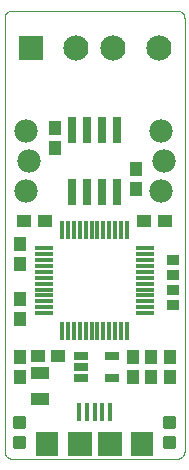
<source format=gts>
G75*
%MOIN*%
%OFA0B0*%
%FSLAX25Y25*%
%IPPOS*%
%LPD*%
%AMOC8*
5,1,8,0,0,1.08239X$1,22.5*
%
%ADD10C,0.00000*%
%ADD11R,0.01778X0.05912*%
%ADD12R,0.07487X0.07880*%
%ADD13R,0.07880X0.07880*%
%ADD14R,0.05124X0.02565*%
%ADD15C,0.01301*%
%ADD16R,0.04731X0.04337*%
%ADD17R,0.04337X0.04731*%
%ADD18R,0.02800X0.09100*%
%ADD19R,0.06306X0.01384*%
%ADD20R,0.01384X0.06306*%
%ADD21R,0.03900X0.03600*%
%ADD22C,0.07800*%
%ADD23R,0.08400X0.08400*%
%ADD24C,0.08400*%
%ADD25R,0.06306X0.04337*%
D10*
X0035095Y0032058D02*
X0035095Y0176433D01*
X0035097Y0176531D01*
X0035103Y0176629D01*
X0035112Y0176727D01*
X0035126Y0176824D01*
X0035143Y0176921D01*
X0035164Y0177017D01*
X0035189Y0177112D01*
X0035217Y0177206D01*
X0035250Y0177298D01*
X0035285Y0177390D01*
X0035325Y0177480D01*
X0035367Y0177568D01*
X0035414Y0177655D01*
X0035463Y0177739D01*
X0035516Y0177822D01*
X0035572Y0177902D01*
X0035632Y0177981D01*
X0035694Y0178057D01*
X0035759Y0178130D01*
X0035827Y0178201D01*
X0035898Y0178269D01*
X0035971Y0178334D01*
X0036047Y0178396D01*
X0036126Y0178456D01*
X0036206Y0178512D01*
X0036289Y0178565D01*
X0036373Y0178614D01*
X0036460Y0178661D01*
X0036548Y0178703D01*
X0036638Y0178743D01*
X0036730Y0178778D01*
X0036822Y0178811D01*
X0036916Y0178839D01*
X0037011Y0178864D01*
X0037107Y0178885D01*
X0037204Y0178902D01*
X0037301Y0178916D01*
X0037399Y0178925D01*
X0037497Y0178931D01*
X0037595Y0178933D01*
X0092595Y0178933D01*
X0092693Y0178931D01*
X0092791Y0178925D01*
X0092889Y0178916D01*
X0092986Y0178902D01*
X0093083Y0178885D01*
X0093179Y0178864D01*
X0093274Y0178839D01*
X0093368Y0178811D01*
X0093460Y0178778D01*
X0093552Y0178743D01*
X0093642Y0178703D01*
X0093730Y0178661D01*
X0093817Y0178614D01*
X0093901Y0178565D01*
X0093984Y0178512D01*
X0094064Y0178456D01*
X0094143Y0178396D01*
X0094219Y0178334D01*
X0094292Y0178269D01*
X0094363Y0178201D01*
X0094431Y0178130D01*
X0094496Y0178057D01*
X0094558Y0177981D01*
X0094618Y0177902D01*
X0094674Y0177822D01*
X0094727Y0177739D01*
X0094776Y0177655D01*
X0094823Y0177568D01*
X0094865Y0177480D01*
X0094905Y0177390D01*
X0094940Y0177298D01*
X0094973Y0177206D01*
X0095001Y0177112D01*
X0095026Y0177017D01*
X0095047Y0176921D01*
X0095064Y0176824D01*
X0095078Y0176727D01*
X0095087Y0176629D01*
X0095093Y0176531D01*
X0095095Y0176433D01*
X0095095Y0032058D01*
X0095093Y0031960D01*
X0095087Y0031862D01*
X0095078Y0031764D01*
X0095064Y0031667D01*
X0095047Y0031570D01*
X0095026Y0031474D01*
X0095001Y0031379D01*
X0094973Y0031285D01*
X0094940Y0031193D01*
X0094905Y0031101D01*
X0094865Y0031011D01*
X0094823Y0030923D01*
X0094776Y0030836D01*
X0094727Y0030752D01*
X0094674Y0030669D01*
X0094618Y0030589D01*
X0094558Y0030510D01*
X0094496Y0030434D01*
X0094431Y0030361D01*
X0094363Y0030290D01*
X0094292Y0030222D01*
X0094219Y0030157D01*
X0094143Y0030095D01*
X0094064Y0030035D01*
X0093984Y0029979D01*
X0093901Y0029926D01*
X0093817Y0029877D01*
X0093730Y0029830D01*
X0093642Y0029788D01*
X0093552Y0029748D01*
X0093460Y0029713D01*
X0093368Y0029680D01*
X0093274Y0029652D01*
X0093179Y0029627D01*
X0093083Y0029606D01*
X0092986Y0029589D01*
X0092889Y0029575D01*
X0092791Y0029566D01*
X0092693Y0029560D01*
X0092595Y0029558D01*
X0037595Y0029558D01*
X0037497Y0029560D01*
X0037399Y0029566D01*
X0037301Y0029575D01*
X0037204Y0029589D01*
X0037107Y0029606D01*
X0037011Y0029627D01*
X0036916Y0029652D01*
X0036822Y0029680D01*
X0036730Y0029713D01*
X0036638Y0029748D01*
X0036548Y0029788D01*
X0036460Y0029830D01*
X0036373Y0029877D01*
X0036289Y0029926D01*
X0036206Y0029979D01*
X0036126Y0030035D01*
X0036047Y0030095D01*
X0035971Y0030157D01*
X0035898Y0030222D01*
X0035827Y0030290D01*
X0035759Y0030361D01*
X0035694Y0030434D01*
X0035632Y0030510D01*
X0035572Y0030589D01*
X0035516Y0030669D01*
X0035463Y0030752D01*
X0035414Y0030836D01*
X0035367Y0030923D01*
X0035325Y0031011D01*
X0035285Y0031101D01*
X0035250Y0031193D01*
X0035217Y0031285D01*
X0035189Y0031379D01*
X0035164Y0031474D01*
X0035143Y0031570D01*
X0035126Y0031667D01*
X0035112Y0031764D01*
X0035103Y0031862D01*
X0035097Y0031960D01*
X0035095Y0032058D01*
D11*
X0059977Y0044991D03*
X0062536Y0044991D03*
X0065095Y0044991D03*
X0067654Y0044991D03*
X0070213Y0044991D03*
D12*
X0080843Y0034558D03*
X0049347Y0034558D03*
D13*
X0060095Y0034558D03*
X0070095Y0034558D03*
D14*
X0070839Y0056443D03*
X0070839Y0063923D03*
X0060602Y0063923D03*
X0060602Y0060183D03*
X0060602Y0056443D03*
D15*
X0041613Y0043279D02*
X0038577Y0043279D01*
X0041613Y0043279D02*
X0041613Y0040243D01*
X0038577Y0040243D01*
X0038577Y0043279D01*
X0038577Y0041543D02*
X0041613Y0041543D01*
X0041613Y0042843D02*
X0038577Y0042843D01*
X0038577Y0036373D02*
X0041613Y0036373D01*
X0041613Y0033337D01*
X0038577Y0033337D01*
X0038577Y0036373D01*
X0038577Y0034637D02*
X0041613Y0034637D01*
X0041613Y0035937D02*
X0038577Y0035937D01*
X0088577Y0036373D02*
X0091613Y0036373D01*
X0091613Y0033337D01*
X0088577Y0033337D01*
X0088577Y0036373D01*
X0088577Y0034637D02*
X0091613Y0034637D01*
X0091613Y0035937D02*
X0088577Y0035937D01*
X0088577Y0043279D02*
X0091613Y0043279D01*
X0091613Y0040243D01*
X0088577Y0040243D01*
X0088577Y0043279D01*
X0088577Y0041543D02*
X0091613Y0041543D01*
X0091613Y0042843D02*
X0088577Y0042843D01*
D16*
X0052817Y0063933D03*
X0046124Y0063933D03*
X0048442Y0108933D03*
X0041749Y0108933D03*
X0081749Y0108933D03*
X0088442Y0108933D03*
D17*
X0078845Y0119337D03*
X0078845Y0126030D03*
X0051970Y0133087D03*
X0051970Y0139780D03*
X0040095Y0101030D03*
X0040095Y0094337D03*
X0040095Y0082905D03*
X0040095Y0076212D03*
X0040095Y0063530D03*
X0040095Y0056837D03*
X0077908Y0056837D03*
X0077908Y0063530D03*
X0083845Y0063530D03*
X0083845Y0056837D03*
X0090095Y0056837D03*
X0090095Y0063530D03*
D18*
X0072595Y0118633D03*
X0067595Y0118633D03*
X0062595Y0118633D03*
X0057595Y0118633D03*
X0057595Y0139233D03*
X0062595Y0139233D03*
X0067595Y0139233D03*
X0072595Y0139233D03*
D19*
X0082024Y0099760D03*
X0082024Y0097791D03*
X0082024Y0095823D03*
X0082024Y0093854D03*
X0082024Y0091886D03*
X0082024Y0089917D03*
X0082024Y0087949D03*
X0082024Y0085980D03*
X0082024Y0084012D03*
X0082024Y0082043D03*
X0082024Y0080075D03*
X0082024Y0078106D03*
X0048166Y0078106D03*
X0048166Y0080075D03*
X0048166Y0082043D03*
X0048166Y0084012D03*
X0048166Y0085980D03*
X0048166Y0087949D03*
X0048166Y0089917D03*
X0048166Y0091886D03*
X0048166Y0093854D03*
X0048166Y0095823D03*
X0048166Y0097791D03*
X0048166Y0099760D03*
D20*
X0054268Y0105862D03*
X0056237Y0105862D03*
X0058205Y0105862D03*
X0060174Y0105862D03*
X0062142Y0105862D03*
X0064111Y0105862D03*
X0066079Y0105862D03*
X0068048Y0105862D03*
X0070016Y0105862D03*
X0071985Y0105862D03*
X0073953Y0105862D03*
X0075922Y0105862D03*
X0075922Y0072004D03*
X0073953Y0072004D03*
X0071985Y0072004D03*
X0070016Y0072004D03*
X0068048Y0072004D03*
X0066079Y0072004D03*
X0064111Y0072004D03*
X0062142Y0072004D03*
X0060174Y0072004D03*
X0058205Y0072004D03*
X0056237Y0072004D03*
X0054268Y0072004D03*
D21*
X0091345Y0080808D03*
X0091345Y0085808D03*
X0091345Y0090808D03*
X0091345Y0095808D03*
D22*
X0087095Y0118933D03*
X0088095Y0128933D03*
X0087095Y0138933D03*
X0043095Y0128933D03*
X0042095Y0118933D03*
X0042095Y0138933D03*
D23*
X0043770Y0166433D03*
D24*
X0058950Y0166433D03*
X0071329Y0166433D03*
X0086509Y0166433D03*
D25*
X0046970Y0058264D03*
X0046970Y0049602D03*
M02*

</source>
